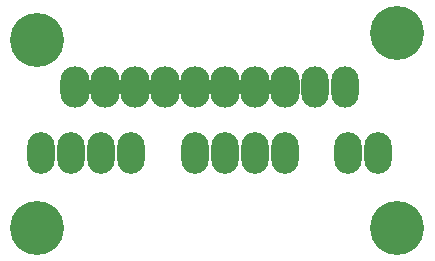
<source format=gbs>
G04 (created by PCBNEW-RS274X (2011-07-08 BZR 3044)-stable) date 2012-09-13 22:14:24*
G01*
G70*
G90*
%MOIN*%
G04 Gerber Fmt 3.4, Leading zero omitted, Abs format*
%FSLAX34Y34*%
G04 APERTURE LIST*
%ADD10C,0.006000*%
%ADD11C,0.180000*%
%ADD12O,0.098700X0.138100*%
%ADD13O,0.090900X0.138100*%
%ADD14O,0.090900X0.138700*%
G04 APERTURE END LIST*
G54D10*
G54D11*
X49000Y-36750D03*
X37000Y-30500D03*
X37000Y-36750D03*
X49000Y-30250D03*
G54D12*
X38264Y-32064D03*
X39264Y-32064D03*
X40264Y-32064D03*
X41264Y-32064D03*
X42264Y-32064D03*
X43264Y-32064D03*
X44264Y-32064D03*
X45264Y-32064D03*
G54D13*
X46264Y-32064D03*
X47264Y-32064D03*
G54D14*
X37132Y-34260D03*
X38132Y-34260D03*
X39132Y-34260D03*
X40132Y-34260D03*
X42262Y-34260D03*
X43262Y-34260D03*
X44262Y-34260D03*
X45262Y-34260D03*
X47354Y-34249D03*
X48354Y-34249D03*
M02*

</source>
